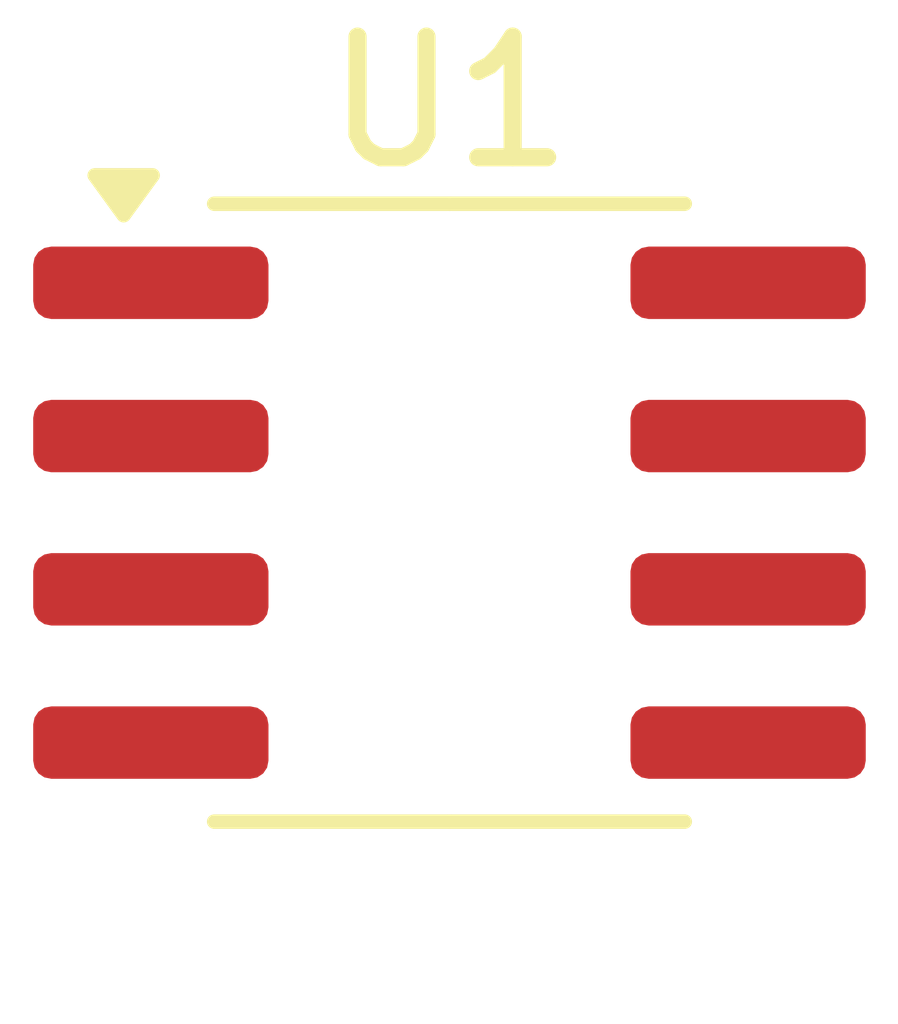
<source format=kicad_pcb>
(kicad_pcb (version 20241229) (generator "pcbnew") (generator_version "9.0")
  (layers (0 "F.Cu" signal) (2 "B.Cu" signal) (13 "F.Paste" user) (15 "B.Paste" user) (5 "F.SilkS" user "F.Silkscreen") (7 "B.SilkS" user "B.Silkscreen") (1 "F.Mask" user) (3 "B.Mask" user) (25 "Edge.Cuts" user))
  (net 0 "")
  (footprint "Package_SO:SOIC-8_3.9x4.9mm_P1.27mm" (layer "F.Cu") (at 145.025 95.595)
    (property "Reference" "U1" (at 0 -3.4 0) (layer "F.SilkS"))
    (property "Value" "LM555xM")
    (fp_line (start 0 -2.56) (end -1.95 -2.56) (stroke (width 0.12)) (layer "F.SilkS"))
    (fp_line (start 0 -2.56) (end 1.95 -2.56) (stroke (width 0.12)) (layer "F.SilkS"))
    (fp_line (start 0 2.56) (end -1.95 2.56) (stroke (width 0.12)) (layer "F.SilkS"))
    (fp_line (start 0 2.56) (end 1.95 2.56) (stroke (width 0.12)) (layer "F.SilkS"))
    (fp_poly (pts (xy -2.7 -2.465) (xy -2.94 -2.795) (xy -2.46 -2.795)) (stroke (width 0.12)) (fill yes) (layer "F.SilkS"))
    (pad "1" smd roundrect (at -2.475 -1.905) (size 1.95 0.6) (layers "F.Cu" "F.Mask" "F.Paste"))
    (pad "2" smd roundrect (at -2.475 -0.635) (size 1.95 0.6) (layers "F.Cu" "F.Mask" "F.Paste"))
    (pad "3" smd roundrect (at -2.475 0.635) (size 1.95 0.6) (layers "F.Cu" "F.Mask" "F.Paste"))
    (pad "4" smd roundrect (at -2.475 1.905) (size 1.95 0.6) (layers "F.Cu" "F.Mask" "F.Paste"))
    (pad "5" smd roundrect (at 2.475 1.905) (size 1.95 0.6) (layers "F.Cu" "F.Mask" "F.Paste"))
    (pad "6" smd roundrect (at 2.475 0.635) (size 1.95 0.6) (layers "F.Cu" "F.Mask" "F.Paste"))
    (pad "7" smd roundrect (at 2.475 -0.635) (size 1.95 0.6) (layers "F.Cu" "F.Mask" "F.Paste"))
    (pad "8" smd roundrect (at 2.475 -1.905) (size 1.95 0.6) (layers "F.Cu" "F.Mask" "F.Paste"))
  )
)
</source>
